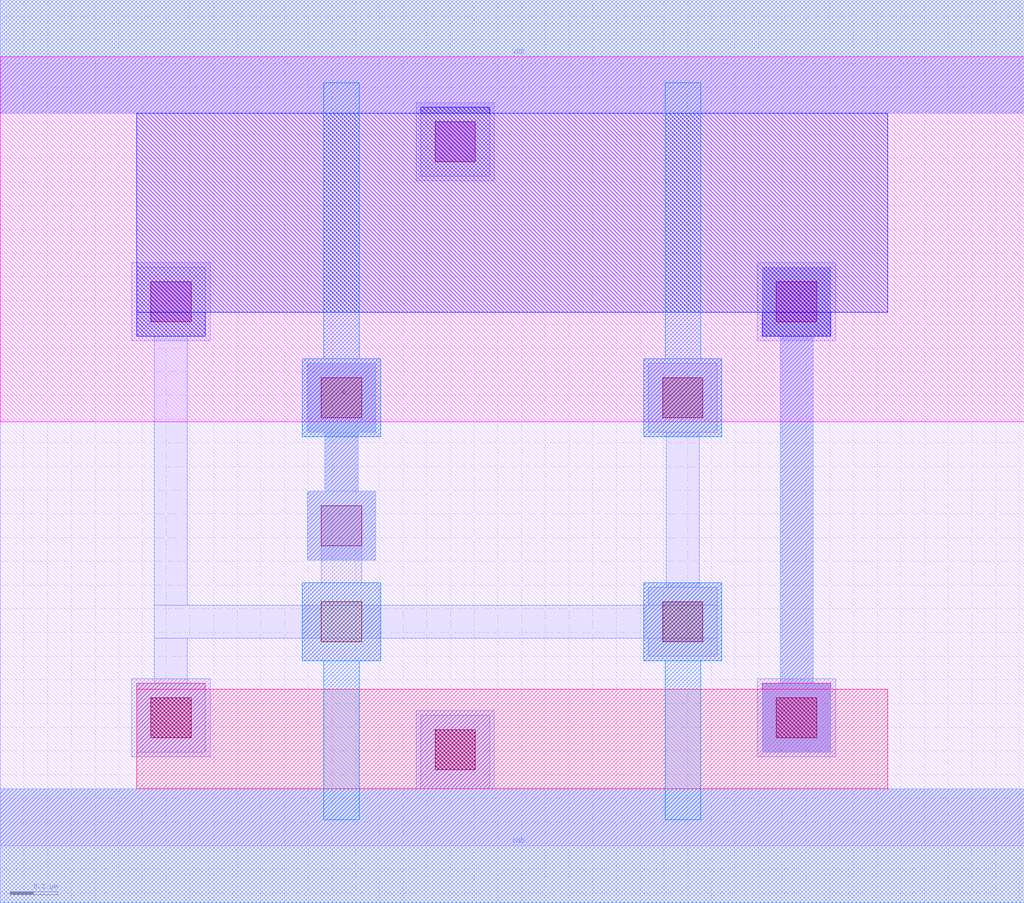
<source format=lef>
MACRO BUFX2
 CLASS CORE ;
 FOREIGN BUFX2 0 0 ;
 ORIGIN 0 0 ;
 SYMMETRY X Y R90 ;
 SITE UNIT ;
  PIN VDD
   DIRECTION INOUT ;
   USE SIGNAL ;
   SHAPE ABUTMENT ;
    PORT
     CLASS CORE ;
       LAYER metal2 ;
        RECT 0.00000000 3.09000000 4.32000000 3.57000000 ;
    END
  END VDD

  PIN GND
   DIRECTION INOUT ;
   USE SIGNAL ;
   SHAPE ABUTMENT ;
    PORT
     CLASS CORE ;
       LAYER metal2 ;
        RECT 0.00000000 -0.24000000 4.32000000 0.24000000 ;
    END
  END GND

  PIN Y
   DIRECTION INOUT ;
   USE SIGNAL ;
   SHAPE ABUTMENT ;
    PORT
     CLASS CORE ;
       LAYER metal2 ;
        RECT 3.21500000 0.39500000 3.50500000 0.68500000 ;
        RECT 3.29000000 0.68500000 3.43000000 2.15000000 ;
        RECT 3.21500000 2.15000000 3.50500000 2.44000000 ;
    END
  END Y

  PIN A
   DIRECTION INOUT ;
   USE SIGNAL ;
   SHAPE ABUTMENT ;
    PORT
     CLASS CORE ;
       LAYER metal2 ;
        RECT 1.29500000 1.20500000 1.58500000 1.49500000 ;
        RECT 1.37000000 1.49500000 1.51000000 1.74500000 ;
        RECT 1.29500000 1.74500000 1.58500000 2.03500000 ;
    END
  END A

  OBS
   LAYER abutment_box ;
    RECT 0.00000000 0.00000000 4.32000000 3.33000000 ;
  END

  OBS
   LAYER metal1 ;
    RECT 1.75500000 0.24000000 2.08500000 0.57000000 ;
    RECT 0.55500000 0.37500000 0.88500000 0.70500000 ;
    RECT 3.19500000 0.37500000 3.52500000 0.70500000 ;
    RECT 2.71500000 0.78000000 3.04500000 1.11000000 ;
    RECT 1.27500000 0.78000000 1.60500000 1.11000000 ;
    RECT 1.35500000 1.11000000 1.52500000 1.43500000 ;
    RECT 1.27500000 1.72500000 1.60500000 2.05500000 ;
    RECT 2.71500000 1.72500000 3.04500000 2.05500000 ;
    RECT 0.55500000 2.13000000 0.88500000 2.46000000 ;
    RECT 3.19500000 2.13000000 3.52500000 2.46000000 ;
    RECT 1.75500000 2.80500000 2.08500000 3.13500000 ;
  END

  OBS
   LAYER metal1_label ;

  END

  OBS
   LAYER metal1_pin ;

  END

  OBS
   LAYER metal2 ;
    RECT 0.00000000 -0.24000000 4.32000000 0.24000000 ;
    RECT 1.77500000 0.24000000 2.06500000 0.55000000 ;
    RECT 1.29500000 1.20500000 1.58500000 1.49500000 ;
    RECT 1.37000000 1.49500000 1.51000000 1.74500000 ;
    RECT 1.29500000 1.74500000 1.58500000 2.03500000 ;
    RECT 0.57500000 0.39500000 0.86500000 0.68500000 ;
    RECT 0.65000000 0.68500000 0.79000000 0.87500000 ;
    RECT 2.73500000 0.80000000 3.02500000 0.87500000 ;
    RECT 0.65000000 0.87500000 3.02500000 1.01500000 ;
    RECT 2.73500000 1.01500000 3.02500000 1.09000000 ;
    RECT 2.81000000 1.09000000 2.95000000 1.74500000 ;
    RECT 2.73500000 1.74500000 3.02500000 2.03500000 ;
    RECT 0.65000000 1.01500000 0.79000000 2.15000000 ;
    RECT 0.57500000 2.15000000 0.86500000 2.44000000 ;
    RECT 3.21500000 0.39500000 3.50500000 0.68500000 ;
    RECT 3.29000000 0.68500000 3.43000000 2.15000000 ;
    RECT 3.21500000 2.15000000 3.50500000 2.44000000 ;
    RECT 1.77500000 2.82500000 2.06500000 3.09000000 ;
    RECT 0.00000000 3.09000000 4.32000000 3.57000000 ;
  END

  OBS
   LAYER metal2_label ;

  END

  OBS
   LAYER metal2_pin ;
    RECT 0.00000000 -0.24000000 4.32000000 0.24000000 ;
    RECT 1.29500000 1.20500000 1.58500000 1.49500000 ;
    RECT 1.37000000 1.49500000 1.51000000 1.74500000 ;
    RECT 1.29500000 1.74500000 1.58500000 2.03500000 ;
    RECT 3.21500000 0.39500000 3.50500000 0.68500000 ;
    RECT 3.29000000 0.68500000 3.43000000 2.15000000 ;
    RECT 3.21500000 2.15000000 3.50500000 2.44000000 ;
    RECT 0.00000000 3.09000000 4.32000000 3.57000000 ;
  END

  OBS
   LAYER ndiff_contact ;
    RECT 1.83500000 0.32000000 2.00500000 0.49000000 ;
    RECT 0.63500000 0.45500000 0.80500000 0.62500000 ;
    RECT 3.27500000 0.45500000 3.44500000 0.62500000 ;
  END

  OBS
   LAYER ndiffusion ;
    RECT 0.57500000 0.24000000 3.74500000 0.66000000 ;
    RECT 0.57500000 0.66000000 0.86500000 0.68500000 ;
    RECT 3.21500000 0.66000000 3.50500000 0.68500000 ;
  END

  OBS
   LAYER nplus ;

  END

  OBS
   LAYER nwell ;
    RECT 0.00000000 1.79000000 4.32000000 3.33000000 ;
  END

  OBS
   LAYER pdiff_contact ;
    RECT 0.63500000 2.21000000 0.80500000 2.38000000 ;
    RECT 3.27500000 2.21000000 3.44500000 2.38000000 ;
    RECT 1.83500000 2.88500000 2.00500000 3.05500000 ;
  END

  OBS
   LAYER pdiffusion ;
    RECT 0.57500000 2.15000000 0.86500000 2.25000000 ;
    RECT 3.21500000 2.15000000 3.50500000 2.25000000 ;
    RECT 0.57500000 2.25000000 3.74500000 3.09000000 ;
    RECT 1.77500000 3.09000000 2.06500000 3.11500000 ;
  END

  OBS
   LAYER poly ;
    RECT 1.36500000 0.11000000 1.51500000 0.78000000 ;
    RECT 1.27500000 0.78000000 1.60500000 1.11000000 ;
    RECT 2.80500000 0.11000000 2.95500000 0.78000000 ;
    RECT 2.71500000 0.78000000 3.04500000 1.11000000 ;
    RECT 1.27500000 1.72500000 1.60500000 2.05500000 ;
    RECT 1.36500000 2.05500000 1.51500000 3.22000000 ;
    RECT 2.71500000 1.72500000 3.04500000 2.05500000 ;
    RECT 2.80500000 2.05500000 2.95500000 3.22000000 ;
  END

  OBS
   LAYER poly_contact ;
    RECT 1.35500000 0.86000000 1.52500000 1.03000000 ;
    RECT 2.79500000 0.86000000 2.96500000 1.03000000 ;
    RECT 1.35500000 1.80500000 1.52500000 1.97500000 ;
    RECT 2.79500000 1.80500000 2.96500000 1.97500000 ;
  END

  OBS
   LAYER pplus ;

  END

  OBS
   LAYER via1 ;
    RECT 1.83500000 0.32000000 2.00500000 0.49000000 ;
    RECT 0.63500000 0.45500000 0.80500000 0.62500000 ;
    RECT 3.27500000 0.45500000 3.44500000 0.62500000 ;
    RECT 2.79500000 0.86000000 2.96500000 1.03000000 ;
    RECT 1.35500000 1.26500000 1.52500000 1.43500000 ;
    RECT 1.35500000 1.80500000 1.52500000 1.97500000 ;
    RECT 2.79500000 1.80500000 2.96500000 1.97500000 ;
    RECT 0.63500000 2.21000000 0.80500000 2.38000000 ;
    RECT 3.27500000 2.21000000 3.44500000 2.38000000 ;
    RECT 1.83500000 2.88500000 2.00500000 3.05500000 ;
  END

END BUFX2

</source>
